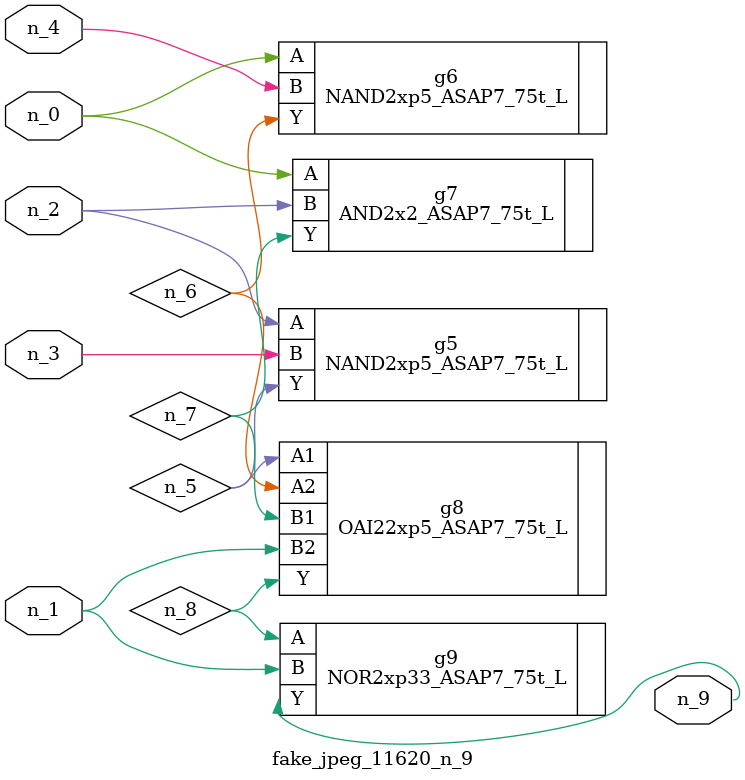
<source format=v>
module fake_jpeg_11620_n_9 (n_3, n_2, n_1, n_0, n_4, n_9);

input n_3;
input n_2;
input n_1;
input n_0;
input n_4;

output n_9;

wire n_8;
wire n_6;
wire n_5;
wire n_7;

NAND2xp5_ASAP7_75t_L g5 ( 
.A(n_2),
.B(n_3),
.Y(n_5)
);

NAND2xp5_ASAP7_75t_L g6 ( 
.A(n_0),
.B(n_4),
.Y(n_6)
);

AND2x2_ASAP7_75t_L g7 ( 
.A(n_0),
.B(n_2),
.Y(n_7)
);

OAI22xp5_ASAP7_75t_L g8 ( 
.A1(n_5),
.A2(n_6),
.B1(n_7),
.B2(n_1),
.Y(n_8)
);

NOR2xp33_ASAP7_75t_L g9 ( 
.A(n_8),
.B(n_1),
.Y(n_9)
);


endmodule
</source>
